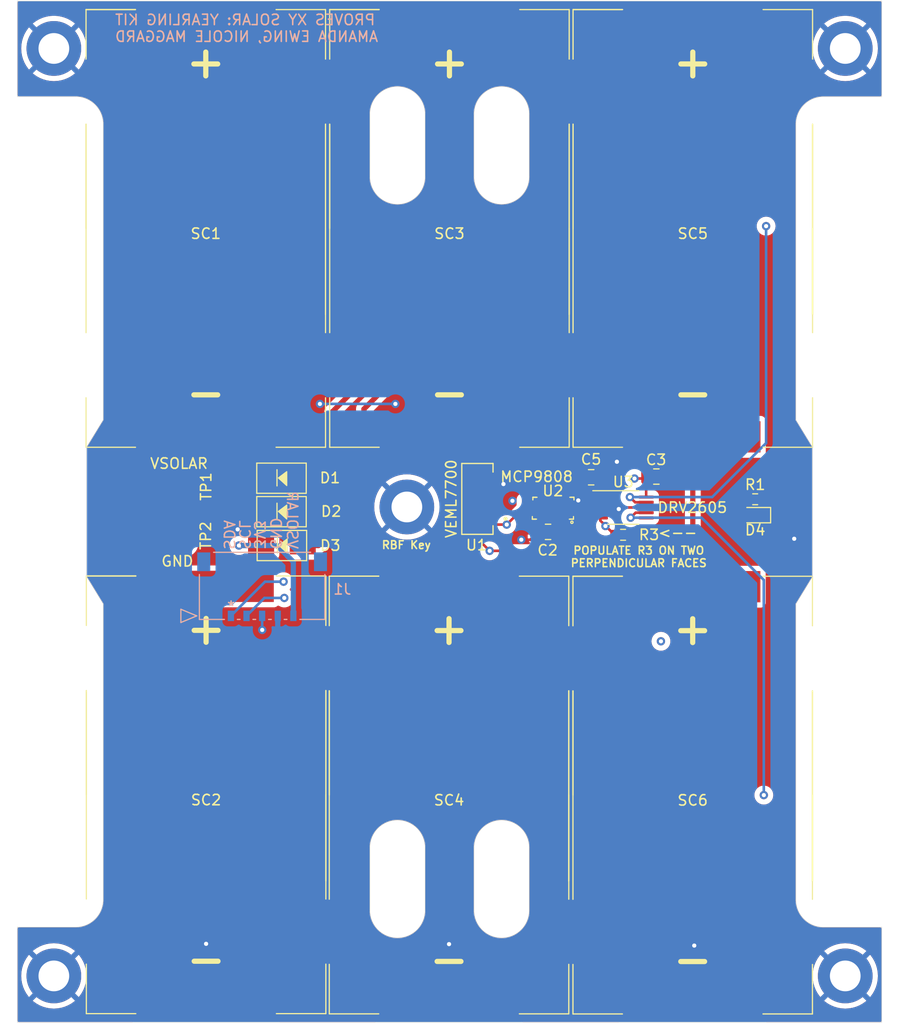
<source format=kicad_pcb>
(kicad_pcb (version 20240108) (generator "pcbnew") (generator_version "8.0")
  (title_block (title "Yearling Kit XY Faces") (date "2023-03-20") (rev "3.0"))
  (layers (0 "F.Cu" signal) (1 "In1.Cu" signal) (2 "In2.Cu" signal) (31 "B.Cu" signal) (34 "B.Paste" user) (35 "F.Paste" user) (36 "B.SilkS" user "B.Silkscreen") (37 "F.SilkS" user "F.Silkscreen") (38 "B.Mask" user) (39 "F.Mask" user) (44 "Edge.Cuts" user))
  (net 0 "")
  (net 1 "GND")
  (net 2 "+3V3")
  (net 3 "VSOLAR")
  (net 4 "Net-(SC1-Pad2)")
  (net 5 "Net-(SC3-Pad2)")
  (net 6 "Net-(D1-Pad2)")
  (net 7 "Net-(D2-Pad2)")
  (net 8 "SDA")
  (net 9 "SCL")
  (net 10 "Net-(C5-Pad1)")
  (net 13 "Net-(C3-Pad1)")
  (net 16 "Net-(U3-Pad7)")
  (net 17 "Net-(D3-Pad2)")
  (net 18 "Net-(SC5-Pad2)")
  (net 19 "Net-(D4-Pad2)")
  (footprint "SolarPanelBoards:MountingHoles" (layer "F.Cu") (at 106 70.3)
    (property "Reference" "J2" (at 0.54 0.01 0) (layer "F.SilkS"))
    (property "Value" "Conn_01x01")
    (pad "1" thru_hole circle (at 0.5 0) (size 5.25 5.25) (drill 2.95) (layers "*.Cu" "*.Mask") (net 1 "GND"))
  )
  (footprint "SolarPanelBoards:MountingHoles" (layer "F.Cu") (at 106 159.3)
    (property "Reference" "J3" (at 0.42 0.13 0) (layer "F.SilkS"))
    (property "Value" "Conn_01x01")
    (pad "1" thru_hole circle (at 0.5 0) (size 5.25 5.25) (drill 2.95) (layers "*.Cu" "*.Mask") (net 1 "GND"))
  )
  (footprint "SolarPanelBoards:MountingHoles" (layer "F.Cu") (at 183 70.3)
    (property "Reference" "J4" (at -0.4 0.08 0) (layer "F.SilkS"))
    (property "Value" "Conn_01x01")
    (pad "1" thru_hole circle (at -0.5 0) (size 5.25 5.25) (drill 2.95) (layers "*.Cu" "*.Mask") (net 1 "GND"))
  )
  (footprint "SolarPanelBoards:MountingHoles" (layer "F.Cu") (at 183 159.3)
    (property "Reference" "J5" (at -0.62 0.07 0) (layer "F.SilkS"))
    (property "Value" "Conn_01x01")
    (pad "1" thru_hole circle (at -0.5 0) (size 5.25 5.25) (drill 2.95) (layers "*.Cu" "*.Mask") (net 1 "GND"))
  )
  (footprint "SolarPanelBoards:MCP9808-NoLeadPackage" (layer "F.Cu") (at 154.45 114.42 90)
    (property "Reference" "U2" (at 1.66 -0.02 180) (layer "F.SilkS"))
    (property "Value" "MCP9808_DFN")
    (fp_line (start -1.05 -2) (end -0.8 -2) (stroke (width 0.12)) (layer "F.SilkS"))
    (fp_line (start -1.05 -2) (end -1.05 -1.7) (stroke (width 0.12)) (layer "F.SilkS"))
    (fp_line (start 1.05 -1.95) (end 0.8 -1.95) (stroke (width 0.12)) (layer "F.SilkS"))
    (fp_line (start 1.05 -1.95) (end 1.05 -1.65) (stroke (width 0.12)) (layer "F.SilkS"))
    (fp_line (start -1.05 -1.7) (end -1.05 -2) (stroke (width 0.12)) (layer "F.SilkS"))
    (fp_line (start -1.05 -1.7) (end -1.05 -1.6) (stroke (width 0.12)) (layer "F.SilkS"))
    (fp_line (start 1.05 -1.65) (end 1.05 -1.95) (stroke (width 0.12)) (layer "F.SilkS"))
    (fp_line (start 1.05 -1.65) (end 1.05 -1.55) (stroke (width 0.12)) (layer "F.SilkS"))
    (fp_line (start -1.05 1.65) (end -1.05 1.55) (stroke (width 0.12)) (layer "F.SilkS"))
    (fp_line (start -1.05 1.65) (end -1.05 1.95) (stroke (width 0.12)) (layer "F.SilkS"))
    (fp_line (start 1.05 1.7) (end 1.05 1.6) (stroke (width 0.12)) (layer "F.SilkS"))
    (fp_line (start 1.05 1.7) (end 1.05 2) (stroke (width 0.12)) (layer "F.SilkS"))
    (fp_line (start -1.05 1.95) (end -1.05 1.65) (stroke (width 0.12)) (layer "F.SilkS"))
    (fp_line (start -1.05 1.95) (end -0.8 1.95) (stroke (width 0.12)) (layer "F.SilkS"))
    (fp_line (start 1.05 2) (end 1.05 1.7) (stroke (width 0.12)) (layer "F.SilkS"))
    (fp_line (start 1.05 2) (end 0.8 2) (stroke (width 0.12)) (layer "F.SilkS"))
    (fp_circle (center -1.35 1.8) (end -1.3 1.8) (stroke (width 0.12)) (fill none) (layer "F.SilkS"))
    (pad "1" smd rect (at -0.75 1.45 90) (size 0.3 0.75) (layers "F.Cu" "F.Paste" "F.Mask") (net 8 "SDA"))
    (pad "2" smd rect (at -0.25 1.45 90) (size 0.3 0.75) (layers "F.Cu" "F.Paste" "F.Mask") (net 9 "SCL"))
    (pad "3" smd rect (at 0.25 1.45 90) (size 0.3 0.75) (layers "F.Cu" "F.Paste" "F.Mask"))
    (pad "4" smd rect (at 0.75 1.45 90) (size 0.3 0.75) (layers "F.Cu" "F.Paste" "F.Mask") (net 1 "GND"))
    (pad "5" smd rect (at 0.75 -1.45 270) (size 0.3 0.75) (layers "F.Cu" "F.Paste" "F.Mask") (net 1 "GND"))
    (pad "6" smd rect (at 0.25 -1.45 270) (size 0.3 0.75) (layers "F.Cu" "F.Paste" "F.Mask") (net 2 "+3V3"))
    (pad "7" smd rect (at -0.25 -1.45 270) (size 0.3 0.75) (layers "F.Cu" "F.Paste" "F.Mask") (net 2 "+3V3"))
    (pad "8" smd rect (at -0.75 -1.45 270) (size 0.3 0.75) (layers "F.Cu" "F.Paste" "F.Mask") (net 2 "+3V3"))
    (pad "9" smd rect (at 0 0 90) (size 1.45 1.75) (layers "F.Cu" "F.Paste" "F.Mask") (net 1 "GND"))
  )
  (footprint "SolarPanelBoards:KXOB101K08F-TR" (layer "F.Cu") (at 167.86 87.57)
    (property "Reference" "SC5" (at 0 0.5 0) (layer "F.SilkS"))
    (property "Value" "SM101K07TF")
    (fp_line (start -11.5 -21) (end -11.5 -16.25) (stroke (width 0.12)) (layer "F.SilkS"))
    (fp_line (start -11.5 -21) (end -6.75 -21) (stroke (width 0.12)) (layer "F.SilkS"))
    (fp_line (start -11.5 -10) (end -11.5 10) (stroke (width 0.12)) (layer "F.SilkS"))
    (fp_line (start -11.5 0) (end -11.5 -10) (stroke (width 0.12)) (layer "F.SilkS"))
    (fp_line (start -11.5 21) (end -11.5 16.25) (stroke (width 0.12)) (layer "F.SilkS"))
    (fp_line (start -11.5 21) (end -6.75 21) (stroke (width 0.12)) (layer "F.SilkS"))
    (fp_line (start -6.75 -21) (end -11.5 -21) (stroke (width 0.12)) (layer "F.SilkS"))
    (fp_line (start 6.75 -21) (end 11.5 -21) (stroke (width 0.12)) (layer "F.SilkS"))
    (fp_line (start 6.75 21) (end 11.5 21) (stroke (width 0.12)) (layer "F.SilkS"))
    (fp_line (start 11.5 -21) (end 11.5 -16.25) (stroke (width 0.12)) (layer "F.SilkS"))
    (fp_line (start 11.5 -10) (end 11.5 8.25) (stroke (width 0.12)) (layer "F.SilkS"))
    (fp_line (start 11.5 0) (end 11.5 -10) (stroke (width 0.12)) (layer "F.SilkS"))
    (fp_line (start 11.5 0) (end 11.5 10) (stroke (width 0.12)) (layer "F.SilkS"))
    (fp_line (start 11.5 8.25) (end 11.5 0) (stroke (width 0.12)) (layer "F.SilkS"))
    (fp_line (start 11.5 21) (end 11.5 16.25) (stroke (width 0.12)) (layer "F.SilkS"))
    (fp_text user "+" (at 0 -16 0) (layer "F.SilkS") (effects (font (size 3 3) (thickness 0.5))))
    (fp_text user "-" (at 0 15.75 0) (layer "F.SilkS") (effects (font (size 3 3) (thickness 0.5))))
    (pad "1" smd rect (at 0 -20) (size 13 3) (layers "F.Cu" "F.Paste" "F.Mask") (net 17 "Net-(D3-Pad2)"))
    (pad "2" smd rect (at 0 20) (size 13 3) (layers "F.Cu" "F.Paste" "F.Mask") (net 18 "Net-(SC5-Pad2)"))
  )
  (footprint "SolarPanelBoards:Test Pad" (layer "F.Cu") (at 118.37 112.45 90)
    (property "Reference" "TP1" (at 0.11 2.75 90) (layer "F.SilkS"))
    (property "Value" "TestPoint")
    (pad "1" smd roundrect (at 0 0 90) (size 3 3) (layers "F.Cu" "F.Paste" "F.Mask") (net 3 "VSOLAR"))
  )
  (footprint "SolarPanelBoards:DO-214AC" (layer "F.Cu") (at 128.4 118)
    (property "Reference" "D3" (at 4.65 0 0) (layer "F.SilkS"))
    (property "Value" "CDBA240LL-HF")
    (fp_line (start -2.375 -1.45) (end 2.375 -1.45) (stroke (width 0.12)) (layer "F.SilkS"))
    (fp_line (start -2.375 1.45) (end -2.375 -1.45) (stroke (width 0.12)) (layer "F.SilkS"))
    (fp_line (start -2.375 1.45) (end 2.375 1.45) (stroke (width 0.12)) (layer "F.SilkS"))
    (fp_line (start -0.4318 -0.8128) (end -0.4318 0.7366) (stroke (width 0.12)) (layer "F.SilkS"))
    (fp_line (start 2.375 1.45) (end 2.375 -1.45) (stroke (width 0.12)) (layer "F.SilkS"))
    (fp_poly (pts (xy 0.508 0.7112) (xy -0.3048 -0.0254) (xy 0.508 -0.635)) (stroke (width 0.1)) (fill solid) (layer "F.SilkS"))
    (pad "1" smd rect (at -2 0) (size 2.5 1.7) (layers "F.Cu" "F.Paste" "F.Mask") (net 3 "VSOLAR"))
    (pad "2" smd rect (at 2 0) (size 2.5 1.7) (layers "F.Cu" "F.Paste" "F.Mask") (net 17 "Net-(D3-Pad2)"))
  )
  (footprint "SolarPanelBoards:Test Pad" (layer "F.Cu") (at 118.36 117.05 90)
    (property "Reference" "TP2" (at 0 2.73 90) (layer "F.SilkS"))
    (property "Value" "TestPoint")
    (pad "1" smd roundrect (at 0 0 90) (size 3 3) (layers "F.Cu" "F.Paste" "F.Mask") (net 1 "GND"))
  )
  (footprint "SolarPanelBoards:DO-214AC" (layer "F.Cu") (at 128.36 111.54)
    (property "Reference" "D1" (at 4.66 -0.03 0) (layer "F.SilkS"))
    (property "Value" "CDBA240LL-HF")
    (fp_line (start -2.375 -1.45) (end 2.375 -1.45) (stroke (width 0.12)) (layer "F.SilkS"))
    (fp_line (start -2.375 1.45) (end -2.375 -1.45) (stroke (width 0.12)) (layer "F.SilkS"))
    (fp_line (start -2.375 1.45) (end 2.375 1.45) (stroke (width 0.12)) (layer "F.SilkS"))
    (fp_line (start -0.4318 -0.8128) (end -0.4318 0.7366) (stroke (width 0.12)) (layer "F.SilkS"))
    (fp_line (start 2.375 1.45) (end 2.375 -1.45) (stroke (width 0.12)) (layer "F.SilkS"))
    (fp_poly (pts (xy 0.508 0.7112) (xy -0.3048 -0.0254) (xy 0.508 -0.635)) (stroke (width 0.1)) (fill solid) (layer "F.SilkS"))
    (pad "1" smd rect (at -2 0) (size 2.5 1.7) (layers "F.Cu" "F.Paste" "F.Mask") (net 3 "VSOLAR"))
    (pad "2" smd rect (at 2 0) (size 2.5 1.7) (layers "F.Cu" "F.Paste" "F.Mask") (net 6 "Net-(D1-Pad2)"))
  )
  (footprint "SolarPanelBoards:KXOB101K08F-TR" (layer "F.Cu") (at 144.49 87.57)
    (property "Reference" "SC3" (at 0 0.5 0) (layer "F.SilkS"))
    (property "Value" "SM101K07TF")
    (fp_line (start -11.5 -21) (end -11.5 -16.25) (stroke (width 0.12)) (layer "F.SilkS"))
    (fp_line (start -11.5 -21) (end -6.75 -21) (stroke (width 0.12)) (layer "F.SilkS"))
    (fp_line (start -11.5 -10) (end -11.5 10) (stroke (width 0.12)) (layer "F.SilkS"))
    (fp_line (start -11.5 0) (end -11.5 -10) (stroke (width 0.12)) (layer "F.SilkS"))
    (fp_line (start -11.5 21) (end -11.5 16.25) (stroke (width 0.12)) (layer "F.SilkS"))
    (fp_line (start -11.5 21) (end -6.75 21) (stroke (width 0.12)) (layer "F.SilkS"))
    (fp_line (start -6.75 -21) (end -11.5 -21) (stroke (width 0.12)) (layer "F.SilkS"))
    (fp_line (start 6.75 -21) (end 11.5 -21) (stroke (width 0.12)) (layer "F.SilkS"))
    (fp_line (start 6.75 21) (end 11.5 21) (stroke (width 0.12)) (layer "F.SilkS"))
    (fp_line (start 11.5 -21) (end 11.5 -16.25) (stroke (width 0.12)) (layer "F.SilkS"))
    (fp_line (start 11.5 -10) (end 11.5 8.25) (stroke (width 0.12)) (layer "F.SilkS"))
    (fp_line (start 11.5 0) (end 11.5 -10) (stroke (width 0.12)) (layer "F.SilkS"))
    (fp_line (start 11.5 0) (end 11.5 10) (stroke (width 0.12)) (layer "F.SilkS"))
    (fp_line (start 11.5 8.25) (end 11.5 0) (stroke (width 0.12)) (layer "F.SilkS"))
    (fp_line (start 11.5 21) (end 11.5 16.25) (stroke (width 0.12)) (layer "F.SilkS"))
    (fp_text user "-" (at 0 15.75 0) (layer "F.SilkS") (effects (font (size 3 3) (thickness 0.5))))
    (fp_text user "+" (at 0 -16 0) (layer "F.SilkS") (effects (font (size 3 3) (thickness 0.5))))
    (pad "1" smd rect (at 0 -20) (size 13 3) (layers "F.Cu" "F.Paste" "F.Mask") (net 7 "Net-(D2-Pad2)"))
    (pad "2" smd rect (at 0 20) (size 13 3) (layers "F.Cu" "F.Paste" "F.Mask") (net 5 "Net-(SC3-Pad2)"))
  )
  (footprint "SolarPanelBoards:KXOB101K08F-TR" (layer "F.Cu") (at 144.45 141.94)
    (property "Reference" "SC4" (at 0 0.5 0) (layer "F.SilkS"))
    (property "Value" "SM101K07TF")
    (fp_line (start -11.5 -21) (end -11.5 -16.25) (stroke (width 0.12)) (layer "F.SilkS"))
    (fp_line (start -11.5 -21) (end -6.75 -21) (stroke (width 0.12)) (layer "F.SilkS"))
    (fp_line (start -11.5 -10) (end -11.5 10) (stroke (width 0.12)) (layer "F.SilkS"))
    (fp_line (start -11.5 0) (end -11.5 -10) (stroke (width 0.12)) (layer "F.SilkS"))
    (fp_line (start -11.5 21) (end -11.5 16.25) (stroke (width 0.12)) (layer "F.SilkS"))
    (fp_line (start -11.5 21) (end -6.75 21) (stroke (width 0.12)) (layer "F.SilkS"))
    (fp_line (start -6.75 -21) (end -11.5 -21) (stroke (width 0.12)) (layer "F.SilkS"))
    (fp_line (start 6.75 -21) (end 11.5 -21) (stroke (width 0.12)) (layer "F.SilkS"))
    (fp_line (start 6.75 21) (end 11.5 21) (stroke (width 0.12)) (layer "F.SilkS"))
    (fp_line (start 11.5 -21) (end 11.5 -16.25) (stroke (width 0.12)) (layer "F.SilkS"))
    (fp_line (start 11.5 -10) (end 11.5 8.25) (stroke (width 0.12)) (layer "F.SilkS"))
    (fp_line (start 11.5 0) (end 11.5 -10) (stroke (width 0.12)) (layer "F.SilkS"))
    (fp_line (start 11.5 0) (end 11.5 10) (stroke (width 0.12)) (layer "F.SilkS"))
    (fp_line (start 11.5 8.25) (end 11.5 0) (stroke (width 0.12)) (layer "F.SilkS"))
    (fp_line (start 11.5 21) (end 11.5 16.25) (stroke (width 0.12)) (layer "F.SilkS"))
    (fp_text user "-" (at 0 15.75 0) (layer "F.SilkS") (effects (font (size 3 3) (thickness 0.5))))
    (fp_text user "+" (at 0 -16 0) (layer "F.SilkS") (effects (font (size 3 3) (thickness 0.5))))
    (pad "1" smd rect (at 0 -20) (size 13 3) (layers "F.Cu" "F.Paste" "F.Mask") (net 5 "Net-(SC3-Pad2)"))
    (pad "2" smd rect (at 0 20) (size 13 3) (layers "F.Cu" "F.Paste" "F.Mask") (net 1 "GND"))
  )
  (footprint "SolarPanelBoards:KXOB101K08F-TR" (layer "F.Cu") (at 121.12 141.92)
    (property "Reference" "SC2" (at 0 0.5 0) (layer "F.SilkS"))
    (property "Value" "SM101K07TF")
    (fp_line (start -11.5 -21) (end -11.5 -16.25) (stroke (width 0.12)) (layer "F.SilkS"))
    (fp_line (start -11.5 -21) (end -6.75 -21) (stroke (width 0.12)) (layer "F.SilkS"))
    (fp_line (start -11.5 -10) (end -11.5 10) (stroke (width 0.12)) (layer "F.SilkS"))
    (fp_line (start -11.5 0) (end -11.5 -10) (stroke (width 0.12)) (layer "F.SilkS"))
    (fp_line (start -11.5 21) (end -11.5 16.25) (stroke (width 0.12)) (layer "F.SilkS"))
    (fp_line (start -11.5 21) (end -6.75 21) (stroke (width 0.12)) (layer "F.SilkS"))
    (fp_line (start -6.75 -21) (end -11.5 -21) (stroke (width 0.12)) (layer "F.SilkS"))
    (fp_line (start 6.75 -21) (end 11.5 -21) (stroke (width 0.12)) (layer "F.SilkS"))
    (fp_line (start 6.75 21) (end 11.5 21) (stroke (width 0.12)) (layer "F.SilkS"))
    (fp_line (start 11.5 -21) (end 11.5 -16.25) (stroke (width 0.12)) (layer "F.SilkS"))
    (fp_line (start 11.5 -10) (end 11.5 8.25) (stroke (width 0.12)) (layer "F.SilkS"))
    (fp_line (start 11.5 0) (end 11.5 -10) (stroke (width 0.12)) (layer "F.SilkS"))
    (fp_line (start 11.5 0) (end 11.5 10) (stroke (width 0.12)) (layer "F.SilkS"))
    (fp_line (start 11.5 8.25) (end 11.5 0) (stroke (width 0.12)) (layer "F.SilkS"))
    (fp_line (start 11.5 21) (end 11.5 16.25) (stroke (width 0.12)) (layer "F.SilkS"))
    (fp_text user "+" (at 0 -16 0) (layer "F.SilkS") (effects (font (size 3 3) (thickness 0.5))))
    (fp_text user "-" (at 0 15.75 0) (layer "F.SilkS") (effects (font (size 3 3) (thickness 0.5))))
    (pad "1" smd rect (at 0 -20) (size 13 3) (layers "F.Cu" "F.Paste" "F.Mask") (net 4 "Net-(SC1-Pad2)"))
    (pad "2" smd rect (at 0 20) (size 13 3) (layers "F.Cu" "F.Paste" "F.Mask") (net 1 "GND"))
  )
  (footprint "SolarPanelBoards:DO-214AC" (layer "F.Cu") (at 128.36 114.75)
    (property "Reference" "D2" (at 4.77 -0.02 0) (layer "F.SilkS"))
    (property "Value" "CDBA240LL-HF")
    (fp_line (start -2.375 -1.45) (end 2.375 -1.45) (stroke (width 0.12)) (layer "F.SilkS"))
    (fp_line (start -2.375 1.45) (end -2.375 -1.45) (stroke (width 0.12)) (layer "F.SilkS"))
    (fp_line (start -2.375 1.45) (end 2.375 1.45) (stroke (width 0.12)) (layer "F.SilkS"))
    (fp_line (start -0.4318 -0.8128) (end -0.4318 0.7366) (stroke (width 0.12)) (layer "F.SilkS"))
    (fp_line (start 2.375 1.45) (end 2.375 -1.45) (stroke (width 0.12)) (layer "F.SilkS"))
    (fp_poly (pts (xy 0.508 0.7112) (xy -0.3048 -0.0254) (xy 0.508 -0.635)) (stroke (width 0.1)) (fill solid) (layer "F.SilkS"))
    (pad "1" smd rect (at -2 0) (size 2.5 1.7) (layers "F.Cu" "F.Paste" "F.Mask") (net 3 "VSOLAR"))
    (pad "2" smd rect (at 2 0) (size 2.5 1.7) (layers "F.Cu" "F.Paste" "F.Mask") (net 7 "Net-(D2-Pad2)"))
  )
  (footprint "SolarPanelBoards:KXOB101K08F-TR" (layer "F.Cu") (at 167.85 141.95)
    (property "Reference" "SC6" (at 0 0.5 0) (layer "F.SilkS"))
    (property "Value" "SM101K07TF")
    (fp_line (start -11.5 -21) (end -11.5 -16.25) (stroke (width 0.12)) (layer "F.SilkS"))
    (fp_line (start -11.5 -21) (end -6.75 -21) (stroke (width 0.12)) (layer "F.SilkS"))
    (fp_line (start -11.5 -10) (end -11.5 10) (stroke (width 0.12)) (layer "F.SilkS"))
    (fp_line (start -11.5 0) (end -11.5 -10) (stroke (width 0.12)) (layer "F.SilkS"))
    (fp_line (start -11.5 21) (end -11.5 16.25) (stroke (width 0.12)) (layer "F.SilkS"))
    (fp_line (start -11.5 21) (end -6.75 21) (stroke (width 0.12)) (layer "F.SilkS"))
    (fp_line (start -6.75 -21) (end -11.5 -21) (stroke (width 0.12)) (layer "F.SilkS"))
    (fp_line (start 6.75 -21) (end 11.5 -21) (stroke (width 0.12)) (layer "F.SilkS"))
    (fp_line (start 6.75 21) (end 11.5 21) (stroke (width 0.12)) (layer "F.SilkS"))
    (fp_line (start 11.5 -21) (end 11.5 -16.25) (stroke (width 0.12)) (layer "F.SilkS"))
    (fp_line (start 11.5 -10) (end 11.5 8.25) (stroke (width 0.12)) (layer "F.SilkS"))
    (fp_line (start 11.5 0) (end 11.5 -10) (stroke (width 0.12)) (layer "F.SilkS"))
    (fp_line (start 11.5 0) (end 11.5 10) (stroke (width 0.12)) (layer "F.SilkS"))
    (fp_line (start 11.5 8.25) (end 11.5 0) (stroke (width 0.12)) (layer "F.SilkS"))
    (fp_line (start 11.5 21) (end 11.5 16.25) (stroke (width 0.12)) (layer "F.SilkS"))
    (fp_text user "-" (at 0 15.75 0) (layer "F.SilkS") (effects (font (size 3 3) (thickness 0.5))))
    (fp_text user "+" (at 0 -16 0) (layer "F.SilkS") (effects (font (size 3 3) (thickness 0.5))))
    (pad "1" smd rect (at 0 -20) (size 13 3) (layers "F.Cu" "F.Paste" "F.Mask") (net 18 "Net-(SC5-Pad2)"))
    (pad "2" smd rect (at 0 20) (size 13 3) (layers "F.Cu" "F.Paste" "F.Mask") (net 1 "GND"))
  )
  (footprint "Capacitor_SMD:C_0805_2012Metric" (layer "F.Cu") (at 153.96 116.69)
    (property "Reference" "C2" (at -0.04 1.76 0) (layer "F.SilkS"))
    (property "Value" "1uF")
    (fp_line (start -0.261252 -0.735) (end 0.261252 -0.735) (stroke (width 0.12)) (layer "F.SilkS"))
    (fp_line (start -0.261252 0.735) (end 0.261252 0.735) (stroke (width 0.12)) (layer "F.SilkS"))
    (pad "1" smd roundrect (at -0.95 0) (size 1 1.45) (layers "F.Cu" "F.Paste" "F.Mask") (net 2 "+3V3"))
    (pad "2" smd roundrect (at 0.95 0) (size 1 1.45) (layers "F.Cu" "F.Paste" "F.Mask") (net 1 "GND"))
  )
  (footprint "Capacitor_SMD:C_0805_2012Metric" (layer "F.Cu") (at 158.1 111.45 180)
    (property "Reference" "C5" (at 0.01 1.72 0) (layer "F.SilkS"))
    (property "Value" "1uF")
    (fp_line (start -0.261252 0.735) (end 0.261252 0.735) (stroke (width 0.12)) (layer "F.SilkS"))
    (fp_line (start -0.261252 -0.735) (end 0.261252 -0.735) (stroke (width 0.12)) (layer "F.SilkS"))
    (pad "1" smd roundrect (at -0.95 0 180) (size 1 1.45) (layers "F.Cu" "F.Paste" "F.Mask") (net 10 "Net-(C5-Pad1)"))
    (pad "2" smd roundrect (at 0.95 0 180) (size 1 1.45) (layers "F.Cu" "F.Paste" "F.Mask") (net 1 "GND"))
  )
  (footprint "VEML7700-TT:XDCR_VEML7700-TT" (layer "F.Cu") (at 147.175 113.525 180)
    (property "Reference" "U1" (at 0.095 -4.435 0) (layer "F.SilkS"))
    (property "Value" "VEML7700" (hide yes))
    (fp_line (start 1.5 3.4) (end -1.5 3.4) (stroke (width 0.127)) (layer "F.SilkS"))
    (fp_line (start 1.5 -3.4) (end 1.5 3.4) (stroke (width 0.127)) (layer "F.SilkS"))
    (fp_line (start -1.5 3.4) (end -1.5 2.575) (stroke (width 0.127)) (layer "F.SilkS"))
    (fp_line (start -1.5 -2.575) (end -1.5 -3.4) (stroke (width 0.127)) (layer "F.SilkS"))
    (fp_line (start -1.5 -3.4) (end 1.5 -3.4) (stroke (width 0.127)) (layer "F.SilkS"))
    (fp_circle (center -2.7 -1.905) (end -2.6 -1.905) (stroke (width 0.2)) (fill none) (layer "F.SilkS"))
    (pad "1" smd rect (at -0.9 -1.905 180) (size 1.6 0.7) (layers "F.Cu" "F.Paste" "F.Mask") (net 9 "SCL"))
    (pad "2" smd rect (at -0.9 -0.635 180) (size 1.6 0.7) (layers "F.Cu" "F.Paste" "F.Mask") (net 2 "+3V3"))
    (pad "3" smd rect (at -0.9 0.635 180) (size 1.6 0.7) (layers "F.Cu" "F.Paste" "F.Mask") (net 1 "GND"))
    (pad "4" smd rect (at -0.9 1.905 180) (size 1.6 0.7) (layers "F.Cu" "F.Paste" "F.Mask") (net 8 "SDA"))
  )
  (footprint "Resistor_SMD:R_0603_1608Metric" (layer "F.Cu") (at 161.165 116.97 180)
    (property "Reference" "R3" (at -2.495 0 0) (layer "F.SilkS"))
    (property "Value" "0-Ohm")
    (fp_line (start -0.237258 0.5225) (end 0.237258 0.5225) (stroke (width 0.12)) (layer "F.SilkS"))
    (fp_line (start -0.237258 -0.5225) (end 0.237258 -0.5225) (stroke (width 0.12)) (layer "F.SilkS"))
    (pad "1" smd roundrect (at -0.825 0 180) (size 0.8 0.95) (layers "F.Cu" "F.Paste" "F.Mask") (net 2 "+3V3"))
    (pad "2" smd roundrect (at 0.825 0 180) (size 0.8 0.95) (layers "F.Cu" "F.Paste" "F.Mask") (net 13 "Net-(C3-Pad1)"))
  )
  (footprint "" (layer "F.Cu") (at 140.4 114.3)
    (property "Reference" "" (at 0 0 0) (layer "F.SilkS") (effects (font (size 1.27 1.27))))
    (property "Value" "")
    (pad "1" thru_hole circle (at 0 0) (size 5.25 5.25) (drill 2.95) (layers "*.Cu" "*.Mask") (net 1 "GND"))
  )
  (footprint "Capacitor_SMD:C_0805_2012Metric" (layer "F.Cu") (at 164.36 111.38)
    (property "Reference" "C3" (at -0.02 -1.61 180) (layer "F.SilkS"))
    (property "Value" "1uF")
    (fp_line (start -0.261252 -0.735) (end 0.261252 -0.735) (stroke (width 0.12)) (layer "F.SilkS"))
    (fp_line (start -0.261252 0.735) (end 0.261252 0.735) (stroke (width 0.12)) (layer "F.SilkS"))
    (pad "1" smd roundrect (at -0.95 0) (size 1 1.45) (layers "F.Cu" "F.Paste" "F.Mask") (net 13 "Net-(C3-Pad1)"))
    (pad "2" smd roundrect (at 0.95 0) (size 1 1.45) (layers "F.Cu" "F.Paste" "F.Mask") (net 1 "GND"))
  )
  (footprint "LED_SMD:LED_0603_1608Metric" (layer "F.Cu") (at 173.85 115.085 180)
    (property "Reference" "D4" (at 0 -1.43 0) (layer "F.SilkS"))
    (property "Value" "CQY99")
    (fp_line (start 0.8 -0.735) (end -1.485 -0.735) (stroke (width 0.12)) (layer "F.SilkS"))
    (fp_line (start -1.485 0.735) (end 0.8 0.735) (stroke (width 0.12)) (layer "F.SilkS"))
    (fp_line (start -1.485 -0.735) (end -1.485 0.735) (stroke (width 0.12)) (layer "F.SilkS"))
    (pad "1" smd roundrect (at -0.7875 0 180) (size 0.875 0.95) (layers "F.Cu" "F.Paste" "F.Mask") (net 1 "GND"))
    (pad "2" smd roundrect (at 0.7875 0 180) (size 0.875 0.95) (layers "F.Cu" "F.Paste" "F.Mask") (net 19 "Net-(D4-Pad2)"))
  )
  (footprint "SolarPanelBoards:KXOB101K08F-TR" (layer "F.Cu") (at 121.09 87.57)
    (property "Reference" "SC1" (at 0 0.5 0) (layer "F.SilkS"))
    (property "Value" "SM101K07TF")
    (fp_line (start -11.5 -21) (end -11.5 -16.25) (stroke (width 0.12)) (layer "F.SilkS"))
    (fp_line (start -11.5 -21) (end -6.75 -21) (stroke (width 0.12)) (layer "F.SilkS"))
    (fp_line (start -11.5 -10) (end -11.5 10) (stroke (width 0.12)) (layer "F.SilkS"))
    (fp_line (start -11.5 0) (end -11.5 -10) (stroke (width 0.12)) (layer "F.SilkS"))
    (fp_line (start -11.5 21) (end -11.5 16.25) (stroke (width 0.12)) (layer "F.SilkS"))
    (fp_line (start -11.5 21) (end -6.75 21) (stroke (width 0.12)) (layer "F.SilkS"))
    (fp_line (start -6.75 -21) (end -11.5 -21) (stroke (width 0.12)) (layer "F.SilkS"))
    (fp_line (start 6.75 -21) (end 11.5 -21) (stroke (width 0.12)) (layer "F.SilkS"))
    (fp_line (start 6.75 21) (end 11.5 21) (stroke (width 0.12)) (layer "F.SilkS"))
    (fp_line (start 11.5 -21) (end 11.5 -16.25) (stroke (width 0.12)) (layer "F.SilkS"))
    (fp_line (start 11.5 -10) (end 11.5 8.25) (stroke (width 0.12)) (layer "F.SilkS"))
    (fp_line (start 11.5 0) (end 11.5 -10) (stroke (width 0.12)) (layer "F.SilkS"))
    (fp_line (start 11.5 0) (end 11.5 10) (stroke (width 0.12)) (layer "F.SilkS"))
    (fp_line (start 11.5 8.25) (end 11.5 0) (stroke (width 0.12)) (layer "F.SilkS"))
    (fp_line (start 11.5 21) (end 11.5 16.25) (stroke (width 0.12)) (layer "F.SilkS"))
    (fp_text user "+" (at 0 -16 0) (layer "F.SilkS") (effects (font (size 3 3) (thickness 0.5))))
    (fp_text user "-" (at 0 15.75 0) (layer "F.SilkS") (effects (font (size 3 3) (thickness 0.5))))
    (pad "1" smd rect (at 0 -20) (size 13 3) (layers "F.Cu" "F.Paste" "F.Mask") (net 6 "Net-(D1-Pad2)"))
    (pad "2" smd rect (at 0 20) (size 13 3) (layers "F.Cu" "F.Paste" "F.Mask") (net 4 "Net-(SC1-Pad2)"))
  )
  (footprint "Resistor_SMD:R_0603_1608Metric" (layer "F.Cu") (at 173.85 113.56 180)
    (property "Reference" "R1" (at 0 1.4 0) (layer "F.SilkS"))
    (property "Value" "1k")
    (fp_line (start -0.237258 0.5225) (end 0.237258 0.5225) (stroke (width 0.12)) (layer "F.SilkS"))
    (fp_line (start -0.237258 -0.5225) (end 0.237258 -0.5225) (stroke (width 0.12)) (layer "F.SilkS"))
    (pad "1" smd roundrect (at -0.825 0 180) (size 0.8 0.95) (layers "F.Cu" "F.Paste" "F.Mask") (net 2 "+3V3"))
    (pad "2" smd roundrect (at 0.825 0 180) (size 0.8 0.95) (layers "F.Cu" "F.Paste" "F.Mask") (net 19 "Net-(D4-Pad2)"))
  )
  (footprint "Package_SO:VSSOP-10_3x3mm_P0.5mm" (layer "F.Cu") (at 161.18 114.35)
    (property "Reference" "U3" (at 0 -2.45 0) (layer "F.SilkS"))
    (property "Value" "DRV2605LDGS")
    (fp_line (start 0 -1.61) (end -2.925 -1.61) (stroke (width 0.12)) (layer "F.SilkS"))
    (fp_line (start 0 -1.61) (end 1.5 -1.61) (stroke (width 0.12)) (layer "F.SilkS"))
    (fp_line (start 0 1.61) (end -1.5 1.61) (stroke (width 0.12)) (layer "F.SilkS"))
    (fp_line (start 0 1.61) (end 1.5 1.61) (stroke (width 0.12)) (layer "F.SilkS"))
    (pad "1" smd roundrect (at -2.2 -1) (size 1.45 0.3) (layers "F.Cu" "F.Paste" "F.Mask") (net 10 "Net-(C5-Pad1)"))
    (pad "2" smd roundrect (at -2.2 -0.5) (size 1.45 0.3) (layers "F.Cu" "F.Paste" "F.Mask") (net 9 "SCL"))
    (pad "3" smd roundrect (at -2.2 0) (size 1.45 0.3) (layers "F.Cu" "F.Paste" "F.Mask") (net 8 "SDA"))
    (pad "4" smd roundrect (at -2.2 0.5) (size 1.45 0.3) (layers "F.Cu" "F.Paste" "F.Mask") (net 1 "GND"))
    (pad "5" smd roundrect (at -2.2 1) (size 1.45 0.3) (layers "F.Cu" "F.Paste" "F.Mask") (net 13 "Net-(C3-Pad1)"))
    (pad "6" smd roundrect (at 2.2 1) (size 1.45 0.3) (layers "F.Cu" "F.Paste" "F.Mask"))
    (pad "7" smd roundrect (at 2.2 0.5) (size 1.45 0.3) (layers "F.Cu" "F.Paste" "F.Mask") (net 16 "Net-(U3-Pad7)"))
    (pad "8" smd roundrect (at 2.2 0) (size 1.45 0.3) (layers "F.Cu" "F.Paste" "F.Mask") (net 1 "GND"))
    (pad "9" smd roundrect (at 2.2 -0.5) (size 1.45 0.3) (layers "F.Cu" "F.Paste" "F.Mask") (net 16 "Net-(U3-Pad7)"))
    (pad "10" smd roundrect (at 2.2 -1) (size 1.45 0.3) (layers "F.Cu" "F.Paste" "F.Mask") (net 13 "Net-(C3-Pad1)"))
  )
  (footprint "SolarPanelBoards:CON_5040500591" (layer "B.Cu") (at 123.5 124.75 180)
    (property "Reference" "J1" (at -10.7 2.55 0) (layer "B.SilkS") (effects (justify mirror)))
    (property "Value" "CON-5040500591" (hide yes))
    (fp_line (start 4.802987 0.635) (end 4.802987 -0.635) (stroke (width 0.12)) (layer "B.SilkS"))
    (fp_line (start 4.802987 -0.635) (end 3.278987 0) (stroke (width 0.12)) (layer "B.SilkS"))
    (fp_line (start 3.278987 0) (end 4.802987 0.635) (stroke (width 0.12)) (layer "B.SilkS"))
    (fp_line (start 3.024988 -0.34) (end 3.024988 3.96996) (stroke (width 0.12)) (layer "B.SilkS"))
    (fp_line (start 1.660115 6.1) (end -7.660116 6.1) (stroke (width 0.12)) (layer "B.SilkS"))
    (fp_line (start 0.62004 -0.34) (end 3.024988 -0.34) (stroke (width 0.12)) (layer "B.SilkS"))
    (fp_line (start -0.87996 -0.34) (end -0.62004 -0.34) (stroke (width 0.12)) (layer "B.SilkS"))
    (fp_line (start -2.379959 -0.34) (end -2.12004 -0.34) (stroke (width 0.12)) (layer "B.SilkS"))
    (fp_line (start -3.879961 -0.34) (end -3.620039 -0.34) (stroke (width 0.12)) (layer "B.SilkS"))
    (fp_line (start -5.379961 -0.34) (end -5.120041 -0.34) (stroke (width 0.12)) (layer "B.SilkS"))
    (fp_line (start -9.024989 3.96996) (end -9.024989 -0.34) (stroke (width 0.12)) (layer "B.SilkS"))
    (fp_line (start -9.024989 -0.34) (end -6.620041 -0.34) (stroke (width 0.12)) (layer "B.SilkS"))
    (fp_text user "*" (at -0.02 0.88 0) (layer "B.SilkS") (effects (justify mirror)))
    (pad "1" smd rect (at 0 0 180) (size 0.6 1) (layers "B.Cu" "B.Paste" "B.Mask") (net 8 "SDA"))
    (pad "2" smd rect (at -1.5 0 180) (size 0.6 1) (layers "B.Cu" "B.Paste" "B.Mask") (net 9 "SCL"))
    (pad "3" smd rect (at -2.999999 0 180) (size 0.6 1) (layers "B.Cu" "B.Paste" "B.Mask") (net 2 "+3V3"))
    (pad "4" smd rect (at -4.500001 0 180) (size 0.6 1) (layers "B.Cu" "B.Paste" "B.Mask") (net 1 "GND"))
    (pad "5" smd rect (at -6.000001 0 180) (size 0.6 1) (layers "B.Cu" "B.Paste" "B.Mask") (net 3 "VSOLAR"))
    (pad "6" smd rect (at 2.604999 5.19 180) (size 1.25 1.8) (layers "B.Cu" "B.Paste" "B.Mask"))
    (pad "7" smd rect (at -8.604999 5.19 180) (size 1.25 1.8) (layers "B.Cu" "B.Paste" "B.Mask"))
  )
  (gr_line (start 136.85 153) (end 136.85 147) (stroke (width 0.05)) (layer "Edge.Cuts"))
  (gr_line (start 142.15 153) (end 142.15 147) (stroke (width 0.05)) (layer "Edge.Cuts"))
  (gr_line (start 146.85 147) (end 146.85 153) (stroke (width 0.05)) (layer "Edge.Cuts"))
  (gr_line (start 152.15 153) (end 152.15 147) (stroke (width 0.05)) (layer "Edge.Cuts"))
  (gr_line (start 142.15 76.6) (end 142.15 82.6) (stroke (width 0.05)) (layer "Edge.Cuts"))
  (gr_line (start 136.85 76.6) (end 136.85 82.6) (stroke (width 0.05)) (layer "Edge.Cuts"))
  (gr_line (start 146.85 76.6) (end 146.85 82.6) (stroke (width 0.05)) (layer "Edge.Cuts"))
  (gr_line (start 152.15 76.6) (end 152.15 82.6) (stroke (width 0.05)) (layer "Edge.Cuts"))
  (gr_line (start 186 65.75) (end 103 65.75) (stroke (width 0.05)) (layer "Edge.Cuts"))
  (gr_line (start 108.58 74.92) (end 103 74.92) (stroke (width 0.05)) (layer "Edge.Cuts"))
  (gr_arc (start 108.58 74.92) (mid 110.461789 75.69114) (end 111.24 77.57) (stroke (width 0.05)) (layer "Edge.Cuts"))
  (gr_line (start 103 65.75) (end 103 74.92) (stroke (width 0.05)) (layer "Edge.Cuts"))
  (gr_line (start 103 154.62) (end 103 163.75) (stroke (width 0.05)) (layer "Edge.Cuts"))
  (gr_arc (start 142.15 82.6) (mid 139.5 85.25) (end 136.85 82.6) (stroke (width 0.05)) (layer "Edge.Cuts"))
  (gr_line (start 186 74.925) (end 180.42 74.925) (stroke (width 0.05)) (layer "Edge.Cuts"))
  (gr_arc (start 146.85 76.6) (mid 149.5 73.95) (end 152.15 76.6) (stroke (width 0.05)) (layer "Edge.Cuts"))
  (gr_line (start 186 74.925) (end 186 65.75) (stroke (width 0.05)) (layer "Edge.Cuts"))
  (gr_arc (start 136.85 76.6) (mid 139.5 73.95) (end 142.15 76.6) (stroke (width 0.05)) (layer "Edge.Cuts"))
  (gr_line (start 111.24 123.595) (end 111.24 151.97) (stroke (width 0.05)) (layer "Edge.Cuts"))
  (gr_line (start 109.65 108.545) (end 109.65 120.995) (stroke (width 0.05)) (layer "Edge.Cuts"))
  (gr_line (start 109.65 120.995) (end 111.24 123.595) (stroke (width 0.05)) (layer "Edge.Cuts"))
  (gr_line (start 103 163.75) (end 186 163.75) (stroke (width 0.05)) (layer "Edge.Cuts"))
  (gr_arc (start 136.85 147) (mid 139.5 144.35) (end 142.15 147) (stroke (width 0.05)) (layer "Edge.Cuts"))
  (gr_line (start 186 163.75) (end 186 154.625) (stroke (width 0.05)) (layer "Edge.Cuts"))
  (gr_arc (start 142.15 153) (mid 139.5 155.65) (end 136.85 153) (stroke (width 0.05)) (layer "Edge.Cuts"))
  (gr_arc (start 177.76 77.575) (mid 178.538203 75.696102) (end 180.42 74.925) (stroke (width 0.05)) (layer "Edge.Cuts"))
  (gr_line (start 109.65 108.545) (end 111.24 105.945) (stroke (width 0.05)) (layer "Edge.Cuts"))
  (gr_line (start 177.76 105.95) (end 179.35 108.55) (stroke (width 0.05)) (layer "Edge.Cuts"))
  (gr_line (start 177.76 77.575) (end 177.76 105.95) (stroke (width 0.05)) (layer "Edge.Cuts"))
  (gr_arc (start 146.85 147) (mid 149.5 144.35) (end 152.15 147) (stroke (width 0.05)) (layer "Edge.Cuts"))
  (gr_arc (start 111.24 151.97) (mid 110.461768 153.848869) (end 108.58 154.62) (stroke (width 0.05)) (layer "Edge.Cuts"))
  (gr_line (start 179.35 108.55) (end 179.35 121) (stroke (width 0.05)) (layer "Edge.Cuts"))
  (gr_arc (start 152.15 153) (mid 149.5 155.65) (end 146.85 153) (stroke (width 0.05)) (layer "Edge.Cuts"))
  (gr_line (start 111.24 77.57) (end 111.24 105.945) (stroke (width 0.05)) (layer "Edge.Cuts"))
  (gr_arc (start 180.42 154.625) (mid 178.538276 153.853824) (end 177.76 151.975) (stroke (width 0.05)) (layer "Edge.Cuts"))
  (gr_line (start 103 154.62) (end 108.58 154.62) (stroke (width 0.05)) (layer "Edge.Cuts"))
  (gr_arc (start 152.15 82.6) (mid 149.5 85.25) (end 146.85 82.6) (stroke (width 0.05)) (layer "Edge.Cuts"))
  (gr_line (start 177.76 123.6) (end 177.76 151.975) (stroke (width 0.05)) (layer "Edge.Cuts"))
  (gr_line (start 177.76 123.6) (end 179.35 121) (stroke (width 0.05)) (layer "Edge.Cuts"))
  (gr_line (start 180.42 154.625) (end 186 154.625) (stroke (width 0.05)) (layer "Edge.Cuts"))
  (gr_text "VSOLAR" (at 129.39 115.56 270) (layer "B.SilkS") (effects (font (size 1 1)) (justify mirror)))
  (gr_text "PROVES XY SOLAR: YEARLING KIT\nAMANDA EWING, NICOLE MAGGARD" (at 112.29 68.36 0) (layer "B.SilkS") (effects (font (size 1 1)) (justify right mirror)))
  (gr_text "GND" (at 127.8 116.84 270) (layer "B.SilkS") (effects (font (size 1 1)) (justify mirror)))
  (gr_text "3V3" (at 126.24 116.95 270) (layer "B.SilkS") (effects (font (size 1 1)) (justify mirror)))
  (gr_text "SDA" (at 123.33 116.97 270) (layer "B.SilkS") (effects (font (size 1 1)) (justify mirror)))
  (gr_text "SCL" (at 124.81 116.97 270) (layer "B.SilkS") (effects (font (size 1 1)) (justify mirror)))
  (gr_text "GND" (at 118.36 119.51 0) (layer "F.SilkS") (effects (font (size 1 1))))
  (gr_text "MCP9808" (at 152.86 111.4 0) (layer "F.SilkS") (effects (font (size 1 1))))
  (gr_text "<--" (at 166.41 116.76 0) (layer "F.SilkS") (effects (font (size 1 1))))
  (gr_text "RBF Key" (at 140.35 117.95 0) (layer "F.SilkS") (effects (font (size 0.75 0.75))))
  (gr_text "VEML7700" (at 144.66 113.51 90) (layer "F.SilkS") (effects (font (size 1 1))))
  (gr_text "DRV2605" (at 167.82 114.36 0) (layer "F.SilkS") (effects (font (size 1 1))))
  (gr_text "POPULATE R3 ON TWO\nPERPENDICULAR FACES" (at 162.67 119.08 0) (layer "F.SilkS") (effects (font (size 0.75 0.75))))
  (gr_text "VSOLAR" (at 118.52 110.13 0) (layer "F.SilkS") (effects (font (size 1 1))))
  (segment (start 148.075 112.89) (end 148.885 112.89) (width 0.25) (layer "F.Cu") (net 1))
  (segment (start 158.36 109.96) (end 158.75 109.96) (width 0.25) (layer "F.Cu") (net 1))
  (segment (start 163.89 109.96) (end 165.31 111.38) (width 0.25) (layer "F.Cu") (net 1))
  (segment (start 158.75 109.96) (end 160.57 109.96) (width 0.25) (layer "F.Cu") (net 1))
  (segment (start 155.9 113.67) (end 155.2 113.67) (width 0.25) (layer "F.Cu") (net 1))
  (segment (start 154.91 116.69) (end 154.91 114.88) (width 0.25) (layer "F.Cu") (net 1))
  (segment (start 155.9 113.67) (end 156.86 113.67) (width 0.25) (layer "F.Cu") (net 1))
  (segment (start 157.15 111.45) (end 157.15 111.17) (width 0.25) (layer "F.Cu") (net 1))
  (segment (start 144.45 161.94) (end 144.45 156.25) (width 0.5) (layer "F.Cu") (net 1))
  (segment (start 154.45 114.42) (end 153.7 113.67) (width 0.25) (layer "F.Cu") (net 1))
  (segment (start 160.9 114.35) (end 160.75 114.5) (width 0.25) (layer "F.Cu") (net 1))
  (segment (start 160.57 109.96) (end 163.89 109.96) (width 0.25) (layer "F.Cu") (net 1))
  (segment (start 154.91 114.88) (end 154.45 114.42) (width 0.25) (layer "F.Cu") (net 1))
  (segment (start 168 161.97) (end 168 156.39) (width 0.5) (layer "F.Cu") (net 1))
  (segment (start 158.98 114.85) (end 160.4 114.85) (width 0.25) (layer "F.Cu") (net 1))
  (segment (start 175.335 115.085) (end 174.6375 115.085) (width 0.25) (layer "F.Cu") (net 1))
  (segment (start 157.15 111.17) (end 158.36 109.96) (width 0.25) (layer "F.Cu") (net 1))
  (segment (start 174.6375 115.1125) (end 174.675 115.15) (width 0.25) (layer "F.Cu") (net 1))
  (segment (start 121.12 161.92) (end 121.12 156.22) (width 0.5) (layer "F.Cu") (net 1))
  (segment (start 153.7 113.67) (end 153 113.67) (width 0.25) (layer "F.Cu") (net 1))
  (segment (start 160.4 114.85) (end 160.75 114.5) (width 0.25) (layer "F.Cu") (net 1))
  (segment (start 155.2 113.67) (end 154.485 114.385) (width 0.25) (layer "F.Cu") (net 1))
  (segment (start 148.885 112.89) (end 149.675 112.1) (width 0.25) (layer "F.Cu") (net 1))
  (segment (start 163.38 114.35) (end 160.9 114.35) (width 0.25) (layer "F.Cu") (net 1))
  (segment (start 154.485 114.385) (end 154.45 114.42) (width 0.25) (layer "F.Cu") (net 1))
  (segment (start 177.6 117.35) (end 175.335 115.085) (width 0.25) (layer "F.Cu") (net 1))
  (segment (start 118.36 117.05) (end 123.55 117.05) (width 0.5) (layer "F.Cu") (net 1))
  (segment (start 123.55 117.05) (end 124.15 116.45) (width 0.5) (layer "F.Cu") (net 1))
  (via (at 168 156.39) (size 0.8) (drill 0.4) (layers "F.Cu" "B.Cu") (net 1))
  (via (at 156.86 113.67) (size 0.8) (drill 0.4) (layers "F.Cu" "B.Cu") (net 1))
  (via (at 160.57 109.96) (size 0.8) (drill 0.4) (layers "F.Cu" "B.Cu") (net 1))
  (via (at 144.45 156.25) (size 0.8) (drill 0.4) (layers "F.Cu" "B.Cu") (net 1))
  (via (at 149.675 112.1) (size 0.8) (drill 0.4) (layers "F.Cu" "B.Cu") (net 1))
  (via (at 121.12 156.22) (size 0.8) (drill 0.4) (layers "F.Cu" "B.Cu") (net 1))
  (via (at 124.15 116.45) (size 0.8) (drill 0.4) (layers "F.Cu" "B.Cu") (net 1))
  (via (at 177.6 117.35) (size 0.8) (drill 0.4) (layers "F.Cu" "B.Cu") (net 1))
  (via (at 160.75 114.5) (size 0.8) (drill 0.4) (layers "F.Cu" "B.Cu") (net 1))
  (segment (start 153 114.17) (end 153 115.17) (width 0.25) (layer "F.Cu") (net 2))
  (segment (start 153.01 116.69) (end 153.01 115.18) (width 0.25) (layer "F.Cu") (net 2))
  (segment (start 150.54 113.71) (end 150.09 114.16) (width 0.25) (layer "F.Cu") (net 2))
  (segment (start 150.09 114.16) (end 148.075 114.16) (width 0.25) (layer "F.Cu") (net 2))
  (segment (start 153.01 115.18) (end 153 115.17) (width 0.25) (layer "F.Cu") (net 2))
  (segment (start 151.39 117.44) (end 152.26 117.44) (width 0.25) (layer "F.Cu") (net 2))
  (segment (start 152.26 117.44) (end 153.01 116.69) (width 0.25) (layer "F.Cu") (net 2))
  (via (at 139.3 104.41) (size 0.8) (drill 0.4) (layers "F.Cu" "B.Cu") (net 2))
  (via (at 150.54 113.71) (size 0.8) (drill 0.4) (layers "F.Cu" "B.Cu") (net 2))
  (via (at 126.51 126.1) (size 0.8) (drill 0.4) (layers "F.Cu" "B.Cu") (net 2))
  (via (at 151.39 117.44) (size 0.8) (drill 0.4) (layers "F.Cu" "B.Cu") (net 2))
  (via (at 132.05 104.41) (size 0.8) (drill 0.4) (layers "F.Cu" "B.Cu") (net 2))
  (segment (start 139.3 104.41) (end 132.05 104.41) (width 0.25) (layer "B.Cu") (net 2))
  (segment (start 126.499999 126.089999) (end 126.51 126.1) (width 0.25) (layer "B.Cu") (net 2))
  (segment (start 126.499999 124.75) (end 126.499999 126.089999) (width 0.25) (layer "B.Cu") (net 2))
  (segment (start 126.36 117.96) (end 126.4 118) (width 0.5) (layer "F.Cu") (net 3))
  (segment (start 126.36 111.54) (end 126.36 117.96) (width 0.5) (layer "F.Cu") (net 3))
  (segment (start 118.37 112.45) (end 119.28 111.54) (width 0.5) (layer "F.Cu") (net 3))
  (segment (start 126.4 118) (end 124.27 118) (width 0.5) (layer "F.Cu") (net 3))
  (segment (start 119.28 111.54) (end 126.36 111.54) (width 0.5) (layer "F.Cu") (net 3))
  (via (at 124.27 118) (size 0.8) (drill 0.4) (layers "F.Cu" "B.Cu") (net 3))
  (segment (start 129.500001 119.570001) (end 129.500001 124.75) (width 0.5) (layer "B.Cu") (net 3))
  (segment (start 127.93 118) (end 129.500001 119.570001) (width 0.5) (layer "B.Cu") (net 3))
  (segment (start 124.27 118) (end 127.93 118) (width 0.5) (layer "B.Cu") (net 3))
  (segment (start 112.6 110.95) (end 115.98 107.57) (width 0.5) (layer "F.Cu") (net 4))
  (segment (start 112.6 118.49) (end 112.6 110.95) (width 0.5) (layer "F.Cu") (net 4))
  (segment (start 116.03 121.92) (end 112.6 118.49) (width 0.5) (layer "F.Cu") (net 4))
  (segment (start 115.98 107.57) (end 121.09 107.57) (width 0.5) (layer "F.Cu") (net 4))
  (segment (start 121.12 121.92) (end 116.03 121.92) (width 0.5) (layer "F.Cu") (net 4))
  (segment (start 144.49 121.9) (end 144.45 121.94) (width 0.5) (layer "F.Cu") (net 5))
  (segment (start 144.49 107.57) (end 144.49 121.9) (width 0.5) (layer "F.Cu") (net 5))
  (segment (start 130.36 76.84) (end 130.36 111.54) (width 0.5) (layer "F.Cu") (net 6))
  (segment (start 121.09 67.57) (end 130.36 76.84) (width 0.5) (layer "F.Cu") (net 6))
  (segment (start 144.49 93.92) (end 133.24 105.17) (width 0.5) (layer "F.Cu") (net 7))
  (segment (start 133.24 111.87) (end 133.24 105.17) (width 0.5) (layer "F.Cu") (net 7))
  (segment (start 130.36 114.75) (end 133.24 111.87) (width 0.5) (layer "F.Cu") (net 7))
  (segment (start 144.49 67.57) (end 144.49 93.92) (width 0.5) (layer "F.Cu") (net 7))
  (segment (start 155.9 115.17) (end 157.369315 115.17) (width 0.25) (layer "F.Cu") (net 8))
  (segment (start 157.369315 115.17) (end 158.189315 114.35) (width 0.25) (layer "F.Cu") (net 8))
  (segment (start 155.9 117.44) (end 155.9 115.17) (width 0.25) (layer "F.Cu") (net 8))
  (segment (start 146.88 111.62) (end 148.075 111.62) (width 0.25) (layer "F.Cu") (net 8))
  (segment (start 146.5 116.66) (end 146.5 112) (width 0.25) (layer "F.Cu") (net 8))
  (segment (start 158.189315 114.35) (end 158.98 114.35) (width 0.25) (layer "F.Cu") (net 8))
  (segment (start 154.83 118.51) (end 155.9 117.44) (width 0.25) (layer "F.Cu") (net 8))
  (segment (start 148.35 118.51) (end 154.83 118.51) (width 0.25) (layer "F.Cu") (net 8))
  (segment (start 146.5 112) (end 146.88 111.62) (width 0.25) (layer "F.Cu") (net 8))
  (segment (start 148.35 118.51) (end 146.5 116.66) (width 0.25) (layer "F.Cu") (net 8))
  (via (at 148.35 118.51) (size 0.8) (drill 0.4) (layers "F.Cu" "B.Cu") (net 8))
  (via (at 128.56 121.47) (size 0.8) (drill 0.4) (layers "F.Cu" "B.Cu") (net 8))
  (segment (start 126.78 121.47) (end 128.56 121.47) (width 0.25) (layer "B.Cu") (net 8))
  (segment (start 123.5 124.75) (end 126.78 121.47) (width 0.25) (layer "B.Cu") (net 8))
  (segment (start 151.57 114.41) (end 149.99 115.99) (width 0.25) (layer "F.Cu") (net 9))
  (segment (start 157.159315 112.82) (end 152.37 112.82) (width 0.25) (layer "F.Cu") (net 9))
  (segment (start 158.98 113.85) (end 158.189315 113.85) (width 0.25) (layer "F.Cu") (net 9))
  (segment (start 148.635 115.99) (end 148.075 115.43) (width 0.25) (layer "F.Cu") (net 9))
  (segment (start 158.189315 113.85) (end 157.705305 113.85) (width 0.25) (layer "F.Cu") (net 9))
  (segment (start 152.37 112.82) (end 151.57 113.62) (width 0.25) (layer "F.Cu") (net 9))
  (segment (start 157.705305 113.85) (end 156.885305 114.67) (width 0.25) (layer "F.Cu") (net 9))
  (segment (start 149.99 115.99) (end 148.635 115.99) (width 0.25) (layer "F.Cu") (net 9))
  (segment (start 156.885305 114.67) (end 155.9 114.67) (width 0.25) (layer "F.Cu") (net 9))
  (segment (start 151.57 113.62) (end 151.57 114.41) (width 0.25) (layer "F.Cu") (net 9))
  (segment (start 158.189315 113.85) (end 157.159315 112.82) (width 0.25) (layer "F.Cu") (net 9))
  (via (at 128.63 123.03) (size 0.8) (drill 0.4) (layers "F.Cu" "B.Cu") (net 9))
  (via (at 149.99 115.99) (size 0.8) (drill 0.4) (layers "F.Cu" "B.Cu") (net 9))
  (segment (start 125 124.75) (end 126.72 123.03) (width 0.25) (layer "B.Cu") (net 9))
  (segment (start 126.72 123.03) (end 128.63 123.03) (width 0.25) (layer "B.Cu") (net 9))
  (segment (start 159.05 111.45) (end 159.05 113.28) (width 0.25) (layer "F.Cu") (net 10))
  (segment (start 159.05 113.28) (end 158.98 113.35) (width 0.25) (layer "F.Cu") (net 10))
  (segment (start 163.41 111.57) (end 162.26 111.57) (width 0.25) (layer "F.Cu") (net 13))
  (segment (start 158.98 115.35) (end 158.98 115.61) (width 0.25) (layer "F.Cu") (net 13))
  (segment (start 158.98 115.61) (end 160.34 116.97) (width 0.25) (layer "F.Cu") (net 13))
  (segment (start 163.38 113.35) (end 163.38 111.41) (width 0.25) (layer "F.Cu") (net 13))
  (segment (start 163.38 111.41) (end 163.41 111.38) (width 0.25) (layer "F.Cu") (net 13))
  (via (at 159.47 116.13) (size 0.8) (drill 0.4) (layers "F.Cu" "B.Cu") (net 13))
  (via (at 162.26 111.57) (size 0.8) (drill 0.4) (layers "F.Cu" "B.Cu") (net 13))
  (segment (start 163.38 114.85) (end 162.37 114.85) (width 0.25) (layer "F.Cu") (net 16))
  (segment (start 162.32 113.85) (end 161.82 113.35) (width 0.25) (layer "F.Cu") (net 16))
  (segment (start 162.37 114.85) (end 161.89 115.33) (width 0.25) (layer "F.Cu") (net 16))
  (segment (start 163.38 113.85) (end 162.32 113.85) (width 0.25) (layer "F.Cu") (net 16))
  (via (at 161.89 115.33) (size 0.8) (drill 0.4) (layers "F.Cu" "B.Cu") (net 16))
  (via (at 174.68 141.95) (size 0.8) (drill 0.4) (layers "F.Cu" "B.Cu") (net 16))
  (via (at 161.82 113.35) (size 0.8) (drill 0.4) (layers "F.Cu" "B.Cu") (net 16))
  (via (at 164.8 127.19) (size 0.8) (drill 0.4) (layers "F.Cu" "B.Cu") (net 16))
  (via (at 174.9 87.35) (size 0.8) (drill 0.4) (layers "F.Cu" "B.Cu") (net 16))
  (segment (start 161.82 113.35) (end 169.72 113.35) (width 0.25) (layer "B.Cu") (net 16))
  (segment (start 169.72 113.35) (end 174.9 108.17) (width 0.25) (layer "B.Cu") (net 16))
  (segment (start 174.9 108.17) (end 174.9 87.35) (width 0.25) (layer "B.Cu") (net 16))
  (segment (start 174.68 121.31) (end 174.68 141.95) (width 0.25) (layer "B.Cu") (net 16))
  (segment (start 168.7 115.33) (end 174.68 121.31) (width 0.25) (layer "B.Cu") (net 16))
  (segment (start 161.89 115.33) (end 168.7 115.33) (width 0.25) (layer "B.Cu") (net 16))
  (segment (start 136.28 113.63) (end 136.28 104.9) (width 0.5) (layer "F.Cu") (net 17))
  (segment (start 130.4 118) (end 131.91 118) (width 0.5) (layer "F.Cu") (net 17))
  (segment (start 131.91 118) (end 136.28 113.63) (width 0.5) (layer "F.Cu") (net 17))
  (segment (start 136.28 104.9) (end 167.86 73.32) (width 0.5) (layer "F.Cu") (net 17))
  (segment (start 167.86 73.32) (end 167.86 67.57) (width 0.5) (layer "F.Cu") (net 17))
  (segment (start 167.86 121.83) (end 168 121.97) (width 0.5) (layer "F.Cu") (net 18))
  (segment (start 167.86 107.57) (end 167.86 121.83) (width 0.5) (layer "F.Cu") (net 18))
  (segment (start 173.0625 115.085) (end 173.0625 113.5975) (width 0.25) (layer "F.Cu") (net 19))
  (zone (net 2) (net_name "+3V3") (layer "F.Cu") (connect_pads (clearance 0.508)) (min_thickness 0.254) (fill yes (thermal_gap 0.508) (thermal_bridge_width 0.508))
    (polygon (pts (xy 185.99 163.75) (xy 103 163.75) (xy 103 65.77) (xy 185.98 65.76)))
  )
  (zone (net 1) (net_name "GND") (layer "B.Cu") (connect_pads (clearance 0.508)) (min_thickness 0.254) (fill yes (thermal_gap 0.508) (thermal_bridge_width 0.508))
    (polygon (pts (xy 186 163.75) (xy 103 163.75) (xy 103 65.76) (xy 186 65.76)))
  )
)
</source>
